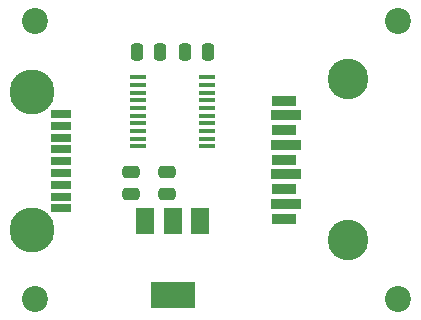
<source format=gts>
%TF.GenerationSoftware,KiCad,Pcbnew,7.0.0-da2b9df05c~163~ubuntu22.04.1*%
%TF.CreationDate,2023-02-20T00:02:52+00:00*%
%TF.ProjectId,levelshifter,6c657665-6c73-4686-9966-7465722e6b69,rev?*%
%TF.SameCoordinates,Original*%
%TF.FileFunction,Soldermask,Top*%
%TF.FilePolarity,Negative*%
%FSLAX46Y46*%
G04 Gerber Fmt 4.6, Leading zero omitted, Abs format (unit mm)*
G04 Created by KiCad (PCBNEW 7.0.0-da2b9df05c~163~ubuntu22.04.1) date 2023-02-20 00:02:52*
%MOMM*%
%LPD*%
G01*
G04 APERTURE LIST*
G04 Aperture macros list*
%AMRoundRect*
0 Rectangle with rounded corners*
0 $1 Rounding radius*
0 $2 $3 $4 $5 $6 $7 $8 $9 X,Y pos of 4 corners*
0 Add a 4 corners polygon primitive as box body*
4,1,4,$2,$3,$4,$5,$6,$7,$8,$9,$2,$3,0*
0 Add four circle primitives for the rounded corners*
1,1,$1+$1,$2,$3*
1,1,$1+$1,$4,$5*
1,1,$1+$1,$6,$7*
1,1,$1+$1,$8,$9*
0 Add four rect primitives between the rounded corners*
20,1,$1+$1,$2,$3,$4,$5,0*
20,1,$1+$1,$4,$5,$6,$7,0*
20,1,$1+$1,$6,$7,$8,$9,0*
20,1,$1+$1,$8,$9,$2,$3,0*%
G04 Aperture macros list end*
%ADD10R,1.500000X2.200000*%
%ADD11R,3.800000X2.200000*%
%ADD12C,0.001000*%
%ADD13R,2.600000X0.900000*%
%ADD14R,2.150000X0.900000*%
%ADD15C,3.438000*%
%ADD16R,1.800000X0.700000*%
%ADD17C,3.800000*%
%ADD18R,1.475000X0.450000*%
%ADD19C,2.200000*%
%ADD20RoundRect,0.250000X-0.250000X-0.475000X0.250000X-0.475000X0.250000X0.475000X-0.250000X0.475000X0*%
%ADD21RoundRect,0.250000X0.250000X0.475000X-0.250000X0.475000X-0.250000X-0.475000X0.250000X-0.475000X0*%
%ADD22RoundRect,0.250000X0.475000X-0.250000X0.475000X0.250000X-0.475000X0.250000X-0.475000X-0.250000X0*%
G04 APERTURE END LIST*
D10*
%TO.C,U1*%
X146035999Y-95655999D03*
X148335999Y-95655999D03*
X150635999Y-95655999D03*
D11*
X148335999Y-101955999D03*
%TD*%
D12*
%TO.C,J2*%
X163186500Y-93876000D03*
X163186500Y-87076000D03*
D13*
X157966499Y-94225999D03*
X157966499Y-91725999D03*
X157966499Y-89225999D03*
X157966499Y-86725999D03*
D14*
X157741499Y-85475999D03*
X157741499Y-87975999D03*
X157741499Y-90475999D03*
X157741499Y-92975999D03*
X157741499Y-95475999D03*
D15*
X163186500Y-97276000D03*
X163186500Y-83676000D03*
%TD*%
D12*
%TO.C,J1*%
X136477000Y-88350000D03*
X136477000Y-92850000D03*
D16*
X138926999Y-93599999D03*
X138926999Y-91599999D03*
X138926999Y-89599999D03*
X138926999Y-87599999D03*
X138926999Y-86599999D03*
X138926999Y-88599999D03*
X138926999Y-90599999D03*
X138926999Y-92599999D03*
X138926999Y-94599999D03*
D17*
X136477000Y-84750000D03*
X136477000Y-96450000D03*
%TD*%
D18*
%TO.C,IC1*%
X145405999Y-83486999D03*
X145405999Y-84136999D03*
X145405999Y-84786999D03*
X145405999Y-85436999D03*
X145405999Y-86086999D03*
X145405999Y-86736999D03*
X145405999Y-87386999D03*
X145405999Y-88036999D03*
X145405999Y-88686999D03*
X145405999Y-89336999D03*
X151281999Y-89336999D03*
X151281999Y-88686999D03*
X151281999Y-88036999D03*
X151281999Y-87386999D03*
X151281999Y-86736999D03*
X151281999Y-86086999D03*
X151281999Y-85436999D03*
X151281999Y-84786999D03*
X151281999Y-84136999D03*
X151281999Y-83486999D03*
%TD*%
D19*
%TO.C,H2*%
X167400000Y-78700000D03*
%TD*%
D20*
%TO.C,C4*%
X145362000Y-81332000D03*
X147262000Y-81332000D03*
%TD*%
D21*
%TO.C,C3*%
X151326000Y-81332000D03*
X149426000Y-81332000D03*
%TD*%
D19*
%TO.C,H3*%
X136700000Y-102300000D03*
%TD*%
D22*
%TO.C,C2*%
X147828000Y-93406000D03*
X147828000Y-91506000D03*
%TD*%
%TO.C,C1*%
X144780000Y-93406000D03*
X144780000Y-91506000D03*
%TD*%
D19*
%TO.C,H4*%
X167400000Y-102300000D03*
%TD*%
%TO.C,H1*%
X136700000Y-78700000D03*
%TD*%
M02*

</source>
